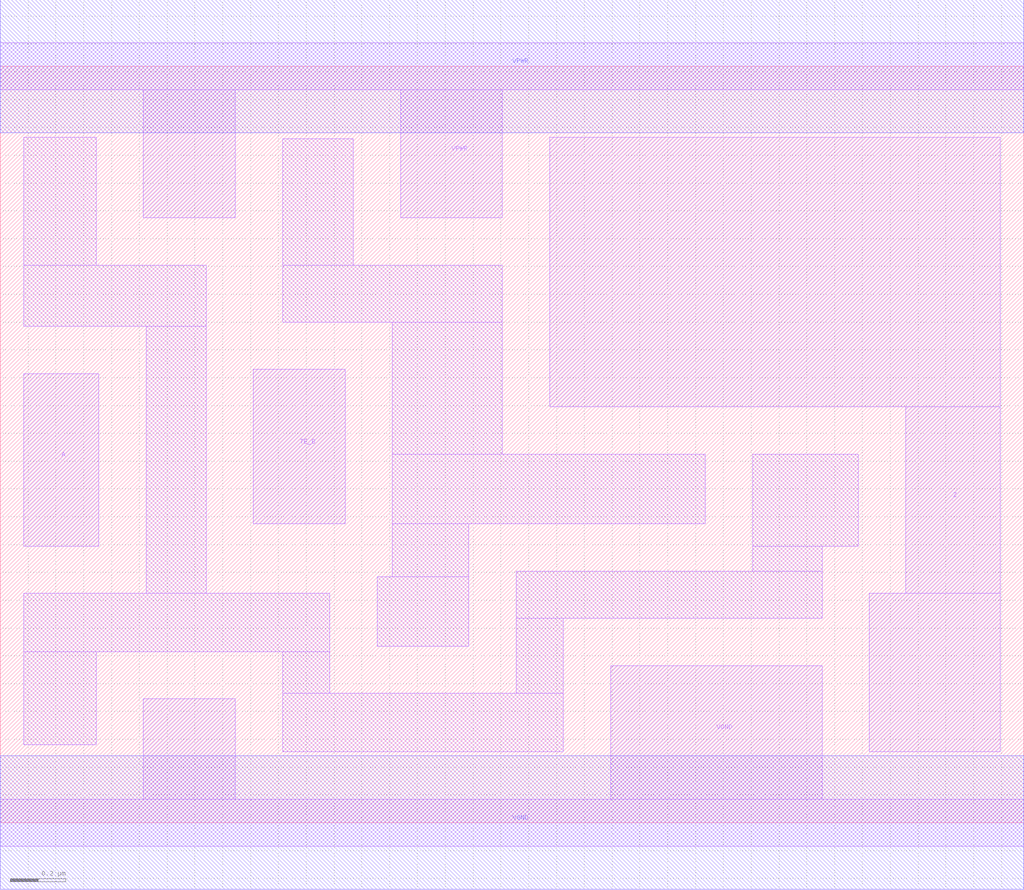
<source format=lef>
# Copyright 2020 The SkyWater PDK Authors
#
# Licensed under the Apache License, Version 2.0 (the "License");
# you may not use this file except in compliance with the License.
# You may obtain a copy of the License at
#
#     https://www.apache.org/licenses/LICENSE-2.0
#
# Unless required by applicable law or agreed to in writing, software
# distributed under the License is distributed on an "AS IS" BASIS,
# WITHOUT WARRANTIES OR CONDITIONS OF ANY KIND, either express or implied.
# See the License for the specific language governing permissions and
# limitations under the License.
#
# SPDX-License-Identifier: Apache-2.0

VERSION 5.5 ;
NAMESCASESENSITIVE ON ;
BUSBITCHARS "[]" ;
DIVIDERCHAR "/" ;
MACRO sky130_fd_sc_hd__ebufn_1
  CLASS CORE ;
  SOURCE USER ;
  ORIGIN  0.000000  0.000000 ;
  SIZE  3.680000 BY  2.720000 ;
  SYMMETRY X Y R90 ;
  SITE unithd ;
  PIN A
    ANTENNAGATEAREA  0.159000 ;
    DIRECTION INPUT ;
    USE SIGNAL ;
    PORT
      LAYER li1 ;
        RECT 0.085000 0.995000 0.355000 1.615000 ;
    END
  END A
  PIN TE_B
    ANTENNAGATEAREA  0.309000 ;
    DIRECTION INPUT ;
    USE SIGNAL ;
    PORT
      LAYER li1 ;
        RECT 0.910000 1.075000 1.240000 1.630000 ;
    END
  END TE_B
  PIN Z
    ANTENNADIFFAREA  0.601000 ;
    DIRECTION OUTPUT ;
    USE SIGNAL ;
    PORT
      LAYER li1 ;
        RECT 1.975000 1.495000 3.595000 2.465000 ;
        RECT 3.125000 0.255000 3.595000 0.825000 ;
        RECT 3.255000 0.825000 3.595000 1.495000 ;
    END
  END Z
  PIN VGND
    DIRECTION INOUT ;
    SHAPE ABUTMENT ;
    USE GROUND ;
    PORT
      LAYER li1 ;
        RECT 0.000000 -0.085000 3.680000 0.085000 ;
        RECT 0.515000  0.085000 0.845000 0.445000 ;
        RECT 2.195000  0.085000 2.955000 0.565000 ;
    END
    PORT
      LAYER met1 ;
        RECT 0.000000 -0.240000 3.680000 0.240000 ;
    END
  END VGND
  PIN VPWR
    DIRECTION INOUT ;
    SHAPE ABUTMENT ;
    USE POWER ;
    PORT
      LAYER li1 ;
        RECT 0.000000 2.635000 3.680000 2.805000 ;
        RECT 0.515000 2.175000 0.845000 2.635000 ;
        RECT 1.440000 2.175000 1.805000 2.635000 ;
    END
    PORT
      LAYER met1 ;
        RECT 0.000000 2.480000 3.680000 2.960000 ;
    END
  END VPWR
  OBS
    LAYER li1 ;
      RECT 0.085000 0.280000 0.345000 0.615000 ;
      RECT 0.085000 0.615000 1.185000 0.825000 ;
      RECT 0.085000 1.785000 0.740000 2.005000 ;
      RECT 0.085000 2.005000 0.345000 2.465000 ;
      RECT 0.525000 0.825000 0.740000 1.785000 ;
      RECT 1.015000 0.255000 2.025000 0.465000 ;
      RECT 1.015000 0.465000 1.185000 0.615000 ;
      RECT 1.015000 1.800000 1.805000 2.005000 ;
      RECT 1.015000 2.005000 1.270000 2.460000 ;
      RECT 1.355000 0.635000 1.685000 0.885000 ;
      RECT 1.410000 0.885000 1.685000 1.075000 ;
      RECT 1.410000 1.075000 2.535000 1.325000 ;
      RECT 1.410000 1.325000 1.805000 1.800000 ;
      RECT 1.855000 0.465000 2.025000 0.735000 ;
      RECT 1.855000 0.735000 2.955000 0.905000 ;
      RECT 2.705000 0.905000 2.955000 0.995000 ;
      RECT 2.705000 0.995000 3.085000 1.325000 ;
  END
END sky130_fd_sc_hd__ebufn_1

</source>
